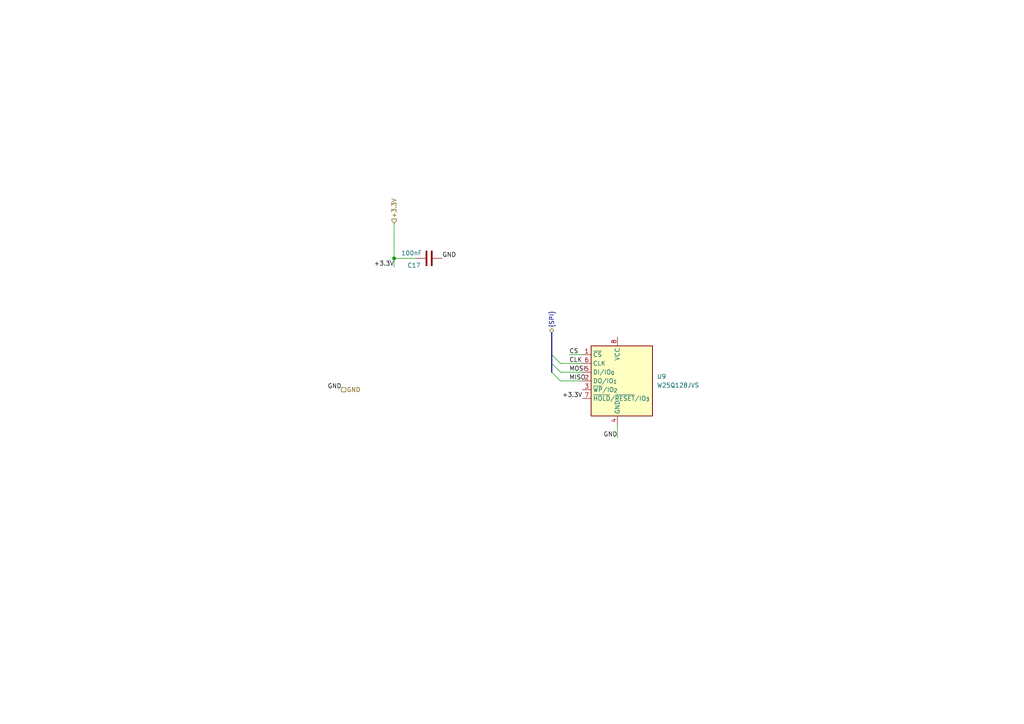
<source format=kicad_sch>
(kicad_sch (version 20250114) (generator "eeschema") (generator_version "9.0")
  (paper "A4")
  (lib_symbols
    (symbol "Device:C" (pin_numbers (hide yes)) (pin_names (offset 0.254))
      (property "Reference" "C" (at 0.635 2.54 0))
      (property "Value" "C" (at 0.635 -2.54 0))
      (symbol "C_0_1"
        (polyline (pts (xy -2.032 0.762) (xy 2.032 0.762)) (stroke (width 0.508)))
        (polyline (pts (xy -2.032 -0.762) (xy 2.032 -0.762)) (stroke (width 0.508)))
      )
      (symbol "C_1_1"
        (pin passive line (at 0 3.81 270) (length 2.794) (name "~") (number "1"))
        (pin passive line (at 0 -3.81 90) (length 2.794) (name "~") (number "2"))
      )
    )
    (symbol "Memory_Flash:W25Q128JVS"
      (property "Reference" "U" (at -6.35 11.43 0))
      (property "Value" "W25Q128JVS" (at 7.62 11.43 0))
      (symbol "W25Q128JVS_0_1"
        (rectangle (start -7.62 10.16) (end 10.16 -10.16) (stroke (width 0.254)) (fill (type background)))
      )
      (symbol "W25Q128JVS_1_1"
        (pin input line (at -10.16 7.62 0) (length 2.54) (name "~{CS}") (number "1"))
        (pin input line (at -10.16 5.08 0) (length 2.54) (name "CLK") (number "6"))
        (pin bidirectional line (at -10.16 2.54 0) (length 2.54) (name "DI/IO_{0}") (number "5"))
        (pin bidirectional line (at -10.16 0 0) (length 2.54) (name "DO/IO_{1}") (number "2"))
        (pin bidirectional line (at -10.16 -2.54 0) (length 2.54) (name "~{WP}/IO_{2}") (number "3"))
        (pin bidirectional line (at -10.16 -5.08 0) (length 2.54) (name "~{HOLD}/~{RESET}/IO_{3}") (number "7"))
        (pin power_in line (at 0 12.7 270) (length 2.54) (name "VCC") (number "8"))
        (pin power_in line (at 0 -12.7 90) (length 2.54) (name "GND") (number "4"))
      )
    )
  )
  (junction (at 114.3 74.93))
  (bus_entry (at 160.02 102.87) (size 2.54 2.54))
  (bus_entry (at 160.02 107.95) (size 2.54 2.54))
  (bus_entry (at 160.02 105.41) (size 2.54 2.54))
  (wire (pts (xy 114.3 74.93) (xy 114.3 77.47)))
  (wire (pts (xy 162.56 110.49) (xy 168.91 110.49)))
  (wire (pts (xy 162.56 105.41) (xy 168.91 105.41)))
  (wire (pts (xy 114.3 64.77) (xy 114.3 74.93)))
  (bus (pts (xy 160.02 102.87) (xy 160.02 105.41)))
  (wire (pts (xy 162.56 107.95) (xy 168.91 107.95)))
  (bus (pts (xy 160.02 96.52) (xy 160.02 102.87)))
  (bus (pts (xy 160.02 105.41) (xy 160.02 107.95)))
  (wire (pts (xy 114.3 74.93) (xy 120.65 74.93)))
  (wire (pts (xy 165.1 102.87) (xy 168.91 102.87)))
  (wire (pts (xy 179.07 123.19) (xy 179.07 127)))
  (label "MOSI" (at 165.1 107.95 0))
  (label "GND" (at 179.07 127 180))
  (label "CLK" (at 165.1 105.41 0))
  (label "+3.3V" (at 168.91 115.57 180))
  (label "GND" (at 128.27 74.93 0))
  (label "MISO" (at 165.1 110.49 0))
  (label "CS" (at 165.1 102.87 0))
  (label "+3.3V" (at 114.3 77.47 180))
  (label "GND" (at 99.06 113.03 180))
  (hierarchical_label "+3.3V" (shape input) (at 114.3 64.77 90))
  (hierarchical_label "{SPI}" (shape bidirectional) (at 160.02 96.52 90))
  (hierarchical_label "GND" (shape passive) (at 99.06 113.03 0))
  (symbol (lib_id "Memory_Flash:W25Q128JVS") (at 179.07 110.49 0) (unit 1)
    (property "Reference" "U9" (at 190.5 109.2199 0) (effects (justify left)))
    (property "Value" "W25Q128JVS" (at 190.5 111.7599 0) (effects (justify left)))
    (property "Footprint" "Package_SO:SOIC-8_5.3x5.3mm_P1.27mm" (effects (hide yes)))
    (property "Datasheet" "https://www.winbond.com/resource-files/w25q128jv_dtr%20revc%2003272018%20plus.pdf" (effects (hide yes)))
    (property "Description" "128Mbit / 16MiB Serial Flash Memory, Standard/Dual/Quad SPI, 2.7-3.6V, SOIC-8" (effects (hide yes)))
  )
  (symbol (lib_id "Device:C") (at 124.46 74.93 270) (unit 1)
    (property "Reference" "C17" (at 118.11 76.962 90) (effects (justify left)))
    (property "Value" "100nF" (at 116.332 73.406 90) (effects (justify left)))
    (property "Footprint" "Capacitor_SMD:C_0603_1608Metric_Pad1.08x0.95mm_HandSolder" (effects (hide yes)))
  )
)
</source>
